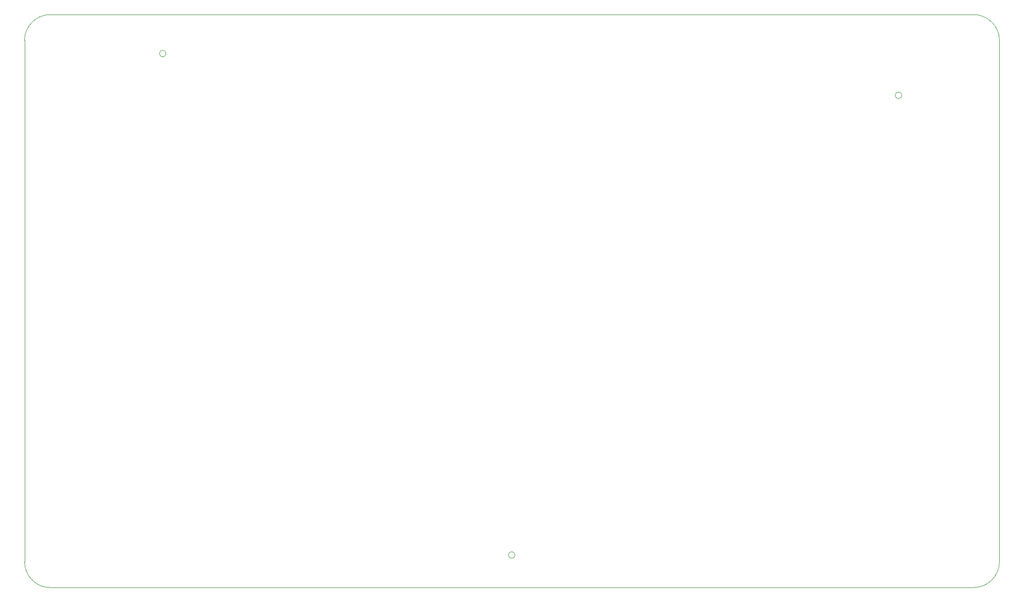
<source format=gbr>
%TF.GenerationSoftware,KiCad,Pcbnew,(5.1.8-0-10_14)*%
%TF.CreationDate,2021-03-03T20:06:49+01:00*%
%TF.ProjectId,KLST_CORE,4b4c5354-5f43-44f5-9245-2e6b69636164,v0.1*%
%TF.SameCoordinates,Original*%
%TF.FileFunction,Profile,NP*%
%FSLAX46Y46*%
G04 Gerber Fmt 4.6, Leading zero omitted, Abs format (unit mm)*
G04 Created by KiCad (PCBNEW (5.1.8-0-10_14)) date 2021-03-03 20:06:49*
%MOMM*%
%LPD*%
G01*
G04 APERTURE LIST*
%TA.AperFunction,Profile*%
%ADD10C,0.050000*%
%TD*%
G04 APERTURE END LIST*
D10*
X129526000Y-147324000D02*
G75*
G03*
X129526000Y-147324000I-576000J0D01*
G01*
X196976000Y-67100000D02*
G75*
G03*
X196976000Y-67100000I-576000J0D01*
G01*
X68676000Y-59800000D02*
G75*
G03*
X68676000Y-59800000I-576000J0D01*
G01*
X44000000Y-57500000D02*
G75*
G02*
X48500000Y-53000000I4500000J0D01*
G01*
X48500000Y-153000000D02*
G75*
G02*
X44000000Y-148500000I0J4500000D01*
G01*
X214000000Y-148500000D02*
G75*
G02*
X209500000Y-153000000I-4500000J0D01*
G01*
X209500000Y-53000000D02*
G75*
G02*
X214000000Y-57500000I0J-4500000D01*
G01*
X44000000Y-57500000D02*
X44000000Y-148500000D01*
X48500000Y-53000000D02*
X209500000Y-53000000D01*
X209500000Y-153000000D02*
X48500000Y-153000000D01*
X214000000Y-57500000D02*
X214000000Y-148500000D01*
M02*

</source>
